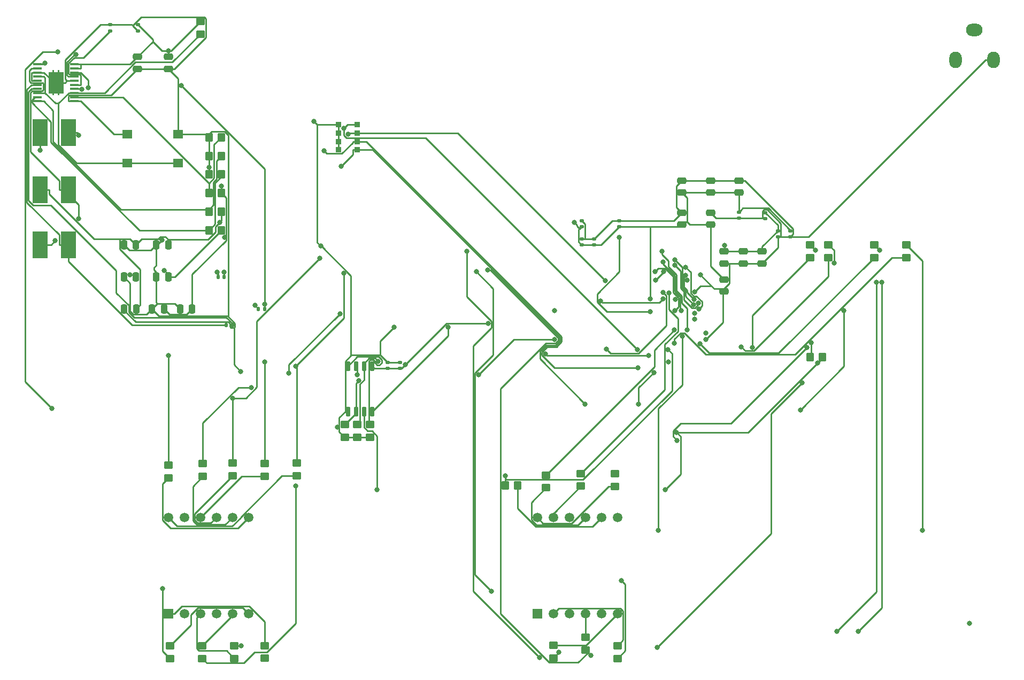
<source format=gbr>
%TF.GenerationSoftware,KiCad,Pcbnew,7.0.2*%
%TF.CreationDate,2023-07-10T01:25:34+02:00*%
%TF.ProjectId,FPGA_V2,46504741-5f56-4322-9e6b-696361645f70,rev?*%
%TF.SameCoordinates,Original*%
%TF.FileFunction,Copper,L2,Bot*%
%TF.FilePolarity,Positive*%
%FSLAX46Y46*%
G04 Gerber Fmt 4.6, Leading zero omitted, Abs format (unit mm)*
G04 Created by KiCad (PCBNEW 7.0.2) date 2023-07-10 01:25:34*
%MOMM*%
%LPD*%
G01*
G04 APERTURE LIST*
G04 Aperture macros list*
%AMRoundRect*
0 Rectangle with rounded corners*
0 $1 Rounding radius*
0 $2 $3 $4 $5 $6 $7 $8 $9 X,Y pos of 4 corners*
0 Add a 4 corners polygon primitive as box body*
4,1,4,$2,$3,$4,$5,$6,$7,$8,$9,$2,$3,0*
0 Add four circle primitives for the rounded corners*
1,1,$1+$1,$2,$3*
1,1,$1+$1,$4,$5*
1,1,$1+$1,$6,$7*
1,1,$1+$1,$8,$9*
0 Add four rect primitives between the rounded corners*
20,1,$1+$1,$2,$3,$4,$5,0*
20,1,$1+$1,$4,$5,$6,$7,0*
20,1,$1+$1,$6,$7,$8,$9,0*
20,1,$1+$1,$8,$9,$2,$3,0*%
G04 Aperture macros list end*
%TA.AperFunction,ComponentPad*%
%ADD10R,1.500000X1.500000*%
%TD*%
%TA.AperFunction,ComponentPad*%
%ADD11C,1.500000*%
%TD*%
%TA.AperFunction,ComponentPad*%
%ADD12O,2.000000X2.600000*%
%TD*%
%TA.AperFunction,ComponentPad*%
%ADD13O,2.600000X2.000000*%
%TD*%
%TA.AperFunction,SMDPad,CuDef*%
%ADD14RoundRect,0.250000X0.475000X-0.250000X0.475000X0.250000X-0.475000X0.250000X-0.475000X-0.250000X0*%
%TD*%
%TA.AperFunction,SMDPad,CuDef*%
%ADD15RoundRect,0.250000X0.250000X0.475000X-0.250000X0.475000X-0.250000X-0.475000X0.250000X-0.475000X0*%
%TD*%
%TA.AperFunction,SMDPad,CuDef*%
%ADD16R,0.900000X0.900000*%
%TD*%
%TA.AperFunction,SMDPad,CuDef*%
%ADD17RoundRect,0.250000X0.350000X0.450000X-0.350000X0.450000X-0.350000X-0.450000X0.350000X-0.450000X0*%
%TD*%
%TA.AperFunction,SMDPad,CuDef*%
%ADD18RoundRect,0.250000X-0.450000X0.350000X-0.450000X-0.350000X0.450000X-0.350000X0.450000X0.350000X0*%
%TD*%
%TA.AperFunction,SMDPad,CuDef*%
%ADD19RoundRect,0.140000X-0.170000X0.140000X-0.170000X-0.140000X0.170000X-0.140000X0.170000X0.140000X0*%
%TD*%
%TA.AperFunction,SMDPad,CuDef*%
%ADD20RoundRect,0.250000X-0.475000X0.250000X-0.475000X-0.250000X0.475000X-0.250000X0.475000X0.250000X0*%
%TD*%
%TA.AperFunction,SMDPad,CuDef*%
%ADD21RoundRect,0.250000X0.450000X-0.350000X0.450000X0.350000X-0.450000X0.350000X-0.450000X-0.350000X0*%
%TD*%
%TA.AperFunction,SMDPad,CuDef*%
%ADD22RoundRect,0.150000X-0.150000X0.650000X-0.150000X-0.650000X0.150000X-0.650000X0.150000X0.650000X0*%
%TD*%
%TA.AperFunction,SMDPad,CuDef*%
%ADD23RoundRect,0.140000X0.170000X-0.140000X0.170000X0.140000X-0.170000X0.140000X-0.170000X-0.140000X0*%
%TD*%
%TA.AperFunction,SMDPad,CuDef*%
%ADD24RoundRect,0.140000X-0.140000X-0.170000X0.140000X-0.170000X0.140000X0.170000X-0.140000X0.170000X0*%
%TD*%
%TA.AperFunction,SMDPad,CuDef*%
%ADD25R,1.461999X0.354800*%
%TD*%
%TA.AperFunction,SMDPad,CuDef*%
%ADD26R,2.400000X3.400001*%
%TD*%
%TA.AperFunction,SMDPad,CuDef*%
%ADD27R,2.400000X4.200000*%
%TD*%
%TA.AperFunction,SMDPad,CuDef*%
%ADD28R,1.600000X1.400000*%
%TD*%
%TA.AperFunction,ViaPad*%
%ADD29C,0.800000*%
%TD*%
%TA.AperFunction,Conductor*%
%ADD30C,0.250000*%
%TD*%
G04 APERTURE END LIST*
%TA.AperFunction,EtchedComponent*%
%TO.C,U1*%
G36*
X23435000Y-32215000D02*
G01*
X23135000Y-32215000D01*
X23135000Y-31915000D01*
X23435000Y-31915000D01*
X23435000Y-32215000D01*
G37*
%TD.AperFunction*%
%TA.AperFunction,EtchedComponent*%
G36*
X23435000Y-28515000D02*
G01*
X23135000Y-28515000D01*
X23135000Y-28215000D01*
X23435000Y-28215000D01*
X23435000Y-28515000D01*
G37*
%TD.AperFunction*%
%TA.AperFunction,EtchedComponent*%
G36*
X22585000Y-32215000D02*
G01*
X22285000Y-32215000D01*
X22285000Y-31915000D01*
X22585000Y-31915000D01*
X22585000Y-32215000D01*
G37*
%TD.AperFunction*%
%TA.AperFunction,EtchedComponent*%
G36*
X22585000Y-28515000D02*
G01*
X22285000Y-28515000D01*
X22285000Y-28215000D01*
X22585000Y-28215000D01*
X22585000Y-28515000D01*
G37*
%TD.AperFunction*%
%TD*%
D10*
%TO.P,U5,1,e*%
%TO.N,/IO/DE*%
X99060000Y-114300000D03*
D11*
%TO.P,U5,2,d*%
%TO.N,/IO/DD*%
X101600000Y-114300000D03*
%TO.P,U5,3,DPX*%
%TO.N,/IO/DP*%
X104140000Y-114300000D03*
%TO.P,U5,4,c*%
%TO.N,/IO/DC*%
X106680000Y-114300000D03*
%TO.P,U5,5,g*%
%TO.N,/IO/DG*%
X109220000Y-114300000D03*
%TO.P,U5,6,CA4*%
%TO.N,/IO/AN7*%
X111760000Y-114300000D03*
%TO.P,U5,7,b*%
%TO.N,/IO/DB*%
X111760000Y-99060000D03*
%TO.P,U5,8,CA3*%
%TO.N,/IO/AN6*%
X109220000Y-99060000D03*
%TO.P,U5,9,CA2*%
%TO.N,/IO/AN5*%
X106680000Y-99060000D03*
%TO.P,U5,10,f*%
%TO.N,/IO/DF*%
X104140000Y-99060000D03*
%TO.P,U5,11,a*%
%TO.N,/IO/DA*%
X101600000Y-99060000D03*
%TO.P,U5,12,CA1*%
%TO.N,/IO/AN4*%
X99060000Y-99060000D03*
%TD*%
D12*
%TO.P,J1,1*%
%TO.N,+12V*%
X165300000Y-26570000D03*
%TO.P,J1,2*%
%TO.N,GND*%
X171300000Y-26570000D03*
D13*
%TO.P,J1,3*%
%TO.N,unconnected-(J1-Pad3)*%
X168300000Y-21870000D03*
%TD*%
D10*
%TO.P,U4,1,e*%
%TO.N,/IO/DE*%
X40640000Y-114300000D03*
D11*
%TO.P,U4,2,d*%
%TO.N,/IO/DD*%
X43180000Y-114300000D03*
%TO.P,U4,3,DPX*%
%TO.N,/IO/DP*%
X45720000Y-114300000D03*
%TO.P,U4,4,c*%
%TO.N,/IO/DC*%
X48260000Y-114300000D03*
%TO.P,U4,5,g*%
%TO.N,/IO/DG*%
X50800000Y-114300000D03*
%TO.P,U4,6,CA4*%
%TO.N,/IO/AN3*%
X53340000Y-114300000D03*
%TO.P,U4,7,b*%
%TO.N,/IO/DB*%
X53340000Y-99060000D03*
%TO.P,U4,8,CA3*%
%TO.N,/IO/AN2*%
X50800000Y-99060000D03*
%TO.P,U4,9,CA2*%
%TO.N,/IO/AN1*%
X48260000Y-99060000D03*
%TO.P,U4,10,f*%
%TO.N,/IO/DF*%
X45720000Y-99060000D03*
%TO.P,U4,11,a*%
%TO.N,/IO/DA*%
X43180000Y-99060000D03*
%TO.P,U4,12,CA1*%
%TO.N,/IO/AN0*%
X40640000Y-99060000D03*
%TD*%
D14*
%TO.P,C17,1*%
%TO.N,+1V0*%
X126530000Y-47620000D03*
%TO.P,C17,2*%
%TO.N,GND*%
X126530000Y-45720000D03*
%TD*%
D15*
%TO.P,C24,1*%
%TO.N,+1V0*%
X35520000Y-55880000D03*
%TO.P,C24,2*%
%TO.N,GND*%
X33620000Y-55880000D03*
%TD*%
D16*
%TO.P,RN1,1,R1.1*%
%TO.N,/Utilities/JTAG_TMS*%
X70580000Y-36850000D03*
%TO.P,RN1,2,R2.1*%
%TO.N,/Utilities/JTAG_TCK*%
X70580000Y-38190000D03*
%TO.P,RN1,3,R3.1*%
%TO.N,/Utilities/JTAG_TDO*%
X70580000Y-39510000D03*
%TO.P,RN1,4,R4.1*%
%TO.N,/Utilities/JTAG_TDI*%
X70580000Y-40850000D03*
%TO.P,RN1,5,R4.2*%
%TO.N,+3V3*%
X67580000Y-40850000D03*
%TO.P,RN1,6,R3.2*%
X67580000Y-39510000D03*
%TO.P,RN1,7,R2.2*%
X67580000Y-38190000D03*
%TO.P,RN1,8,R1.2*%
X67580000Y-36850000D03*
%TD*%
D17*
%TO.P,R33,1*%
%TO.N,/IO/SPI_SCLK*%
X144240000Y-73660000D03*
%TO.P,R33,2*%
%TO.N,SPI_F_SCLK*%
X142240000Y-73660000D03*
%TD*%
D14*
%TO.P,C10,1*%
%TO.N,+1V0*%
X126530000Y-52700000D03*
%TO.P,C10,2*%
%TO.N,GND*%
X126530000Y-50800000D03*
%TD*%
D18*
%TO.P,R28,1*%
%TO.N,/IO/SPI_DQ2*%
X70570000Y-84347600D03*
%TO.P,R28,2*%
%TO.N,+3V3*%
X70570000Y-86347600D03*
%TD*%
D19*
%TO.P,C36,1*%
%TO.N,+3V3*%
X77370000Y-74497600D03*
%TO.P,C36,2*%
%TO.N,GND*%
X77370000Y-75457600D03*
%TD*%
D18*
%TO.P,R75,1*%
%TO.N,/IO/DC*%
X106680000Y-118035000D03*
%TO.P,R75,2*%
%TO.N,Net-(U2C-IO_L7P_T1_D09_14)*%
X106680000Y-120035000D03*
%TD*%
D20*
%TO.P,C4,1*%
%TO.N,+1V8*%
X131670000Y-56920000D03*
%TO.P,C4,2*%
%TO.N,GND*%
X131670000Y-58820000D03*
%TD*%
D14*
%TO.P,C16,1*%
%TO.N,+1V0*%
X130992900Y-47614400D03*
%TO.P,C16,2*%
%TO.N,GND*%
X130992900Y-45714400D03*
%TD*%
D21*
%TO.P,R77,1*%
%TO.N,/IO/DA*%
X105966900Y-94099600D03*
%TO.P,R77,2*%
%TO.N,Net-(U2C-IO_L6P_T0_FCS_B_14)*%
X105966900Y-92099600D03*
%TD*%
D18*
%TO.P,R81,1*%
%TO.N,/IO/SW2*%
X152400000Y-55880000D03*
%TO.P,R81,2*%
%TO.N,Net-(U2C-IO_L16N_T2_D31_14)*%
X152400000Y-57880000D03*
%TD*%
%TO.P,R78,1*%
%TO.N,/IO/PS1*%
X142240000Y-55880000D03*
%TO.P,R78,2*%
%TO.N,Net-(U2C-IO_L15P_T2_DQS_RDWR_B_14)*%
X142240000Y-57880000D03*
%TD*%
D17*
%TO.P,R6,1*%
%TO.N,+1V0*%
X49070000Y-50640000D03*
%TO.P,R6,2*%
%TO.N,Net-(U1-VFB2)*%
X47070000Y-50640000D03*
%TD*%
D21*
%TO.P,R76,1*%
%TO.N,/IO/DB*%
X40640000Y-92785000D03*
%TO.P,R76,2*%
%TO.N,Net-(U2C-IO_L6N_T0_D08_VREF_14)*%
X40640000Y-90785000D03*
%TD*%
D15*
%TO.P,C21,1*%
%TO.N,+3V3*%
X40640000Y-60960000D03*
%TO.P,C21,2*%
%TO.N,GND*%
X38740000Y-60960000D03*
%TD*%
%TO.P,C27,1*%
%TO.N,+1V0*%
X35560000Y-66040000D03*
%TO.P,C27,2*%
%TO.N,GND*%
X33660000Y-66040000D03*
%TD*%
D14*
%TO.P,C11,1*%
%TO.N,+1V0*%
X121920000Y-52700000D03*
%TO.P,C11,2*%
%TO.N,GND*%
X121920000Y-50800000D03*
%TD*%
D18*
%TO.P,R73,1*%
%TO.N,/IO/DE*%
X55880000Y-119375400D03*
%TO.P,R73,2*%
%TO.N,Net-(U2C-IO_L8P_T1_D11_14)*%
X55880000Y-121375400D03*
%TD*%
D22*
%TO.P,U3,1,~{CS}*%
%TO.N,/IO/SPI_CS*%
X69095000Y-75117600D03*
%TO.P,U3,2,DQ1*%
%TO.N,/IO/SPI_DQ1*%
X70365000Y-75117600D03*
%TO.P,U3,3,DQ2/~{WP}*%
%TO.N,/IO/SPI_DQ2*%
X71635000Y-75117600D03*
%TO.P,U3,4,VSS*%
%TO.N,GND*%
X72905000Y-75117600D03*
%TO.P,U3,5,DQ0*%
%TO.N,/IO/SPI_DQ0*%
X72905000Y-82317600D03*
%TO.P,U3,6,CLK*%
%TO.N,/IO/SPI_SCLK*%
X71635000Y-82317600D03*
%TO.P,U3,7,DQ3/~{HOLD}*%
%TO.N,/IO/SPI_DQ3*%
X70365000Y-82317600D03*
%TO.P,U3,8,VCC*%
%TO.N,+3V3*%
X69095000Y-82317600D03*
%TD*%
D18*
%TO.P,R74,1*%
%TO.N,/IO/DD*%
X111760000Y-119380000D03*
%TO.P,R74,2*%
%TO.N,Net-(U2C-IO_L7N_T1_D10_14)*%
X111760000Y-121380000D03*
%TD*%
D19*
%TO.P,C1,1*%
%TO.N,+1V8*%
X135190000Y-50800000D03*
%TO.P,C1,2*%
%TO.N,GND*%
X135190000Y-51760000D03*
%TD*%
D21*
%TO.P,R70,1*%
%TO.N,/IO/DP*%
X51087800Y-121380000D03*
%TO.P,R70,2*%
%TO.N,Net-(U2C-IO_L9N_T1_DQS_D13_14)*%
X51087800Y-119380000D03*
%TD*%
D17*
%TO.P,R5,1*%
%TO.N,+1V8*%
X49070000Y-47690000D03*
%TO.P,R5,2*%
%TO.N,Net-(U1-VFB1)*%
X47070000Y-47690000D03*
%TD*%
D21*
%TO.P,R69,1*%
%TO.N,/IO/AN0*%
X60960000Y-92440000D03*
%TO.P,R69,2*%
%TO.N,Net-(U2C-IO_L10N_T1_D15_14)*%
X60960000Y-90440000D03*
%TD*%
%TO.P,R67,1*%
%TO.N,/IO/AN2*%
X46125000Y-92535400D03*
%TO.P,R67,2*%
%TO.N,Net-(U2C-IO_L11N_T1_SRCC_14)*%
X46125000Y-90535400D03*
%TD*%
D23*
%TO.P,C31,1*%
%TO.N,+1V0*%
X106100000Y-53016200D03*
%TO.P,C31,2*%
%TO.N,GND*%
X106100000Y-52056200D03*
%TD*%
D18*
%TO.P,R34,1*%
%TO.N,/IO/AN7*%
X101600000Y-119292500D03*
%TO.P,R34,2*%
%TO.N,Net-(U2C-IO_L14P_T2_SRCC_14)*%
X101600000Y-121292500D03*
%TD*%
D17*
%TO.P,R7,1*%
%TO.N,+3V3*%
X49070000Y-53590000D03*
%TO.P,R7,2*%
%TO.N,Net-(U1-VFB3)*%
X47070000Y-53590000D03*
%TD*%
D23*
%TO.P,C12,1*%
%TO.N,Net-(U1-VREG5)*%
X31441500Y-21989100D03*
%TO.P,C12,2*%
%TO.N,GND*%
X31441500Y-21029100D03*
%TD*%
D19*
%TO.P,C35,1*%
%TO.N,+3V3*%
X75400000Y-74497600D03*
%TO.P,C35,2*%
%TO.N,GND*%
X75400000Y-75457600D03*
%TD*%
D24*
%TO.P,C13,1*%
%TO.N,/Power/SW1*%
X48530000Y-60960000D03*
%TO.P,C13,2*%
%TO.N,Net-(U1-VBST1)*%
X49490000Y-60960000D03*
%TD*%
D20*
%TO.P,C5,1*%
%TO.N,+1V8*%
X134680000Y-56920000D03*
%TO.P,C5,2*%
%TO.N,GND*%
X134680000Y-58820000D03*
%TD*%
D14*
%TO.P,C18,1*%
%TO.N,+1V0*%
X121920000Y-47620000D03*
%TO.P,C18,2*%
%TO.N,GND*%
X121920000Y-45720000D03*
%TD*%
D15*
%TO.P,C23,1*%
%TO.N,+1V8*%
X39970000Y-66040000D03*
%TO.P,C23,2*%
%TO.N,GND*%
X38070000Y-66040000D03*
%TD*%
D18*
%TO.P,R71,1*%
%TO.N,/IO/DG*%
X46007800Y-119380000D03*
%TO.P,R71,2*%
%TO.N,Net-(U2C-IO_L9P_T1_DQS_14)*%
X46007800Y-121380000D03*
%TD*%
D24*
%TO.P,C14,1*%
%TO.N,/Power/SW2*%
X54920000Y-66040000D03*
%TO.P,C14,2*%
%TO.N,Net-(U1-VBST2)*%
X55880000Y-66040000D03*
%TD*%
D18*
%TO.P,R29,1*%
%TO.N,/IO/SPI_CS*%
X72560000Y-84347600D03*
%TO.P,R29,2*%
%TO.N,+3V3*%
X72560000Y-86347600D03*
%TD*%
D21*
%TO.P,R64,1*%
%TO.N,/IO/AN5*%
X100463000Y-94355500D03*
%TO.P,R64,2*%
%TO.N,Net-(U2C-IO_L13P_T2_MRCC_14)*%
X100463000Y-92355500D03*
%TD*%
D19*
%TO.P,C30,1*%
%TO.N,+1V0*%
X139130000Y-53670000D03*
%TO.P,C30,2*%
%TO.N,GND*%
X139130000Y-54630000D03*
%TD*%
%TO.P,C3,1*%
%TO.N,+1V0*%
X131008400Y-50689200D03*
%TO.P,C3,2*%
%TO.N,GND*%
X131008400Y-51649200D03*
%TD*%
D20*
%TO.P,C8,1*%
%TO.N,+12V*%
X40640000Y-26104900D03*
%TO.P,C8,2*%
%TO.N,GND*%
X40640000Y-28004900D03*
%TD*%
D21*
%TO.P,R68,1*%
%TO.N,/IO/AN1*%
X50800000Y-92440000D03*
%TO.P,R68,2*%
%TO.N,Net-(U2C-IO_L11P_T1_SRCC_14)*%
X50800000Y-90440000D03*
%TD*%
D19*
%TO.P,C29,1*%
%TO.N,+1V8*%
X137160000Y-53670000D03*
%TO.P,C29,2*%
%TO.N,GND*%
X137160000Y-54630000D03*
%TD*%
D18*
%TO.P,R80,1*%
%TO.N,/IO/SW1*%
X157480000Y-55880000D03*
%TO.P,R80,2*%
%TO.N,Net-(U2C-IO_L16P_T2_CSI_B_14)*%
X157480000Y-57880000D03*
%TD*%
D23*
%TO.P,C22,1*%
%TO.N,+1V0*%
X108070000Y-55886200D03*
%TO.P,C22,2*%
%TO.N,GND*%
X108070000Y-54926200D03*
%TD*%
D18*
%TO.P,R66,1*%
%TO.N,/IO/AN3*%
X40927800Y-119380000D03*
%TO.P,R66,2*%
%TO.N,Net-(U2C-IO_L12P_T1_MRCC_14)*%
X40927800Y-121380000D03*
%TD*%
D20*
%TO.P,C7,1*%
%TO.N,+12V*%
X35780000Y-26104900D03*
%TO.P,C7,2*%
%TO.N,GND*%
X35780000Y-28004900D03*
%TD*%
%TO.P,C6,1*%
%TO.N,+1V0*%
X128660000Y-61370000D03*
%TO.P,C6,2*%
%TO.N,GND*%
X128660000Y-63270000D03*
%TD*%
D17*
%TO.P,R3,1*%
%TO.N,Net-(U1-VFB2)*%
X49070000Y-41790000D03*
%TO.P,R3,2*%
%TO.N,GND*%
X47070000Y-41790000D03*
%TD*%
D25*
%TO.P,U1,1,VIN*%
%TO.N,+12V*%
X25781000Y-27289949D03*
%TO.P,U1,2,VIN*%
X25781000Y-27939960D03*
%TO.P,U1,3,VBST1*%
%TO.N,Net-(U1-VBST1)*%
X25781000Y-28589972D03*
%TO.P,U1,4,SW1*%
%TO.N,/Power/SW1*%
X25781000Y-29239983D03*
%TO.P,U1,5,PGND1*%
%TO.N,GND*%
X25781000Y-29889994D03*
%TO.P,U1,6,VREG5*%
%TO.N,Net-(U1-VREG5)*%
X25781000Y-30540006D03*
%TO.P,U1,7,PG*%
%TO.N,/Power/PGOOD*%
X25781000Y-31190017D03*
%TO.P,U1,8,EN1*%
%TO.N,Net-(U1-EN1)*%
X25781000Y-31840028D03*
%TO.P,U1,9,VFB1*%
%TO.N,Net-(U1-VFB1)*%
X25781000Y-32490040D03*
%TO.P,U1,10,GND*%
%TO.N,GND*%
X25781000Y-33140051D03*
%TO.P,U1,11,VFB2*%
%TO.N,Net-(U1-VFB2)*%
X19939000Y-33140051D03*
%TO.P,U1,12,VFB3*%
%TO.N,Net-(U1-VFB3)*%
X19939000Y-32490040D03*
%TO.P,U1,13,EN3*%
%TO.N,Net-(U1-EN1)*%
X19939000Y-31840028D03*
%TO.P,U1,14,VBST3*%
%TO.N,Net-(U1-VBST3)*%
X19939000Y-31190017D03*
%TO.P,U1,15,SW3*%
%TO.N,/Power/SW3*%
X19939000Y-30540006D03*
%TO.P,U1,16,PGND3*%
%TO.N,GND*%
X19939000Y-29889994D03*
%TO.P,U1,17,EN2*%
%TO.N,Net-(U1-EN1)*%
X19939000Y-29239983D03*
%TO.P,U1,18,PGND2*%
%TO.N,GND*%
X19939000Y-28589972D03*
%TO.P,U1,19,SW2*%
%TO.N,/Power/SW2*%
X19939000Y-27939960D03*
%TO.P,U1,20,VBST2*%
%TO.N,Net-(U1-VBST2)*%
X19939000Y-27289949D03*
D26*
%TO.P,U1,21,PAD*%
%TO.N,GND*%
X22860000Y-30215000D03*
%TD*%
D17*
%TO.P,R2,1*%
%TO.N,Net-(U1-VFB1)*%
X49070000Y-38840000D03*
%TO.P,R2,2*%
%TO.N,GND*%
X47070000Y-38840000D03*
%TD*%
%TO.P,R63,1*%
%TO.N,/IO/AN6*%
X95980000Y-93980000D03*
%TO.P,R63,2*%
%TO.N,Net-(U2C-IO_L13N_T2_MRCC_14)*%
X93980000Y-93980000D03*
%TD*%
D15*
%TO.P,C25,1*%
%TO.N,+3V3*%
X35520000Y-60960000D03*
%TO.P,C25,2*%
%TO.N,GND*%
X33620000Y-60960000D03*
%TD*%
D17*
%TO.P,R4,1*%
%TO.N,Net-(U1-VFB3)*%
X49070000Y-44740000D03*
%TO.P,R4,2*%
%TO.N,GND*%
X47070000Y-44740000D03*
%TD*%
D18*
%TO.P,R27,1*%
%TO.N,/IO/SPI_DQ3*%
X68580000Y-84347600D03*
%TO.P,R27,2*%
%TO.N,+3V3*%
X68580000Y-86347600D03*
%TD*%
D27*
%TO.P,L2,1,1*%
%TO.N,/Power/SW2*%
X24820000Y-47190000D03*
%TO.P,L2,2,2*%
%TO.N,+1V0*%
X20320000Y-47190000D03*
%TD*%
D18*
%TO.P,R79,1*%
%TO.N,/IO/PS2*%
X145190000Y-55880000D03*
%TO.P,R79,2*%
%TO.N,Net-(U2C-IO_L15N_T2_DQS_DOUT_CSO_B_14)*%
X145190000Y-57880000D03*
%TD*%
D24*
%TO.P,C15,1*%
%TO.N,/Power/SW3*%
X49840000Y-68580000D03*
%TO.P,C15,2*%
%TO.N,Net-(U1-VBST3)*%
X50800000Y-68580000D03*
%TD*%
D21*
%TO.P,R72,1*%
%TO.N,/IO/DF*%
X55880000Y-92508300D03*
%TO.P,R72,2*%
%TO.N,Net-(U2C-IO_L8N_T1_D12_14)*%
X55880000Y-90508300D03*
%TD*%
D23*
%TO.P,C26,1*%
%TO.N,+1V0*%
X106100000Y-55886200D03*
%TO.P,C26,2*%
%TO.N,GND*%
X106100000Y-54926200D03*
%TD*%
D15*
%TO.P,C19,1*%
%TO.N,+1V8*%
X44420000Y-66040000D03*
%TO.P,C19,2*%
%TO.N,GND*%
X42520000Y-66040000D03*
%TD*%
D27*
%TO.P,L1,1,1*%
%TO.N,/Power/SW1*%
X24820000Y-38100000D03*
%TO.P,L1,2,2*%
%TO.N,+1V8*%
X20320000Y-38100000D03*
%TD*%
D20*
%TO.P,C2,1*%
%TO.N,+1V8*%
X128660000Y-56920000D03*
%TO.P,C2,2*%
%TO.N,GND*%
X128660000Y-58820000D03*
%TD*%
D21*
%TO.P,R1,1*%
%TO.N,Net-(U1-EN1)*%
X45720000Y-22534900D03*
%TO.P,R1,2*%
%TO.N,+12V*%
X45720000Y-20534900D03*
%TD*%
D28*
%TO.P,S1,1,1*%
%TO.N,GND*%
X42175000Y-38390000D03*
%TO.P,S1,2,2*%
X34175000Y-38390000D03*
%TO.P,S1,3,3*%
%TO.N,Net-(U1-EN1)*%
X34175000Y-42890000D03*
%TO.P,S1,4,4*%
X42175000Y-42890000D03*
%TD*%
D15*
%TO.P,C20,1*%
%TO.N,+1V0*%
X40640000Y-55880000D03*
%TO.P,C20,2*%
%TO.N,GND*%
X38740000Y-55880000D03*
%TD*%
D27*
%TO.P,L3,1,1*%
%TO.N,/Power/SW3*%
X24820000Y-55880000D03*
%TO.P,L3,2,2*%
%TO.N,+3V3*%
X20320000Y-55880000D03*
%TD*%
D21*
%TO.P,R65,1*%
%TO.N,/IO/AN4*%
X111397400Y-94118800D03*
%TO.P,R65,2*%
%TO.N,Net-(U2C-IO_L12N_T1_MRCC_14)*%
X111397400Y-92118800D03*
%TD*%
D19*
%TO.P,C9,1*%
%TO.N,+12V*%
X35860000Y-21034900D03*
%TO.P,C9,2*%
%TO.N,GND*%
X35860000Y-21994900D03*
%TD*%
D23*
%TO.P,C28,1*%
%TO.N,+1V0*%
X112010000Y-53016200D03*
%TO.P,C28,2*%
%TO.N,GND*%
X112010000Y-52056200D03*
%TD*%
D29*
%TO.N,+1V8*%
X112075000Y-54722900D03*
X140744000Y-82009700D03*
X49553900Y-54722900D03*
X20320000Y-40925500D03*
X49070000Y-46577600D03*
X116958000Y-66455400D03*
X147626000Y-66269000D03*
X128760000Y-56005500D03*
%TO.N,GND*%
X39660600Y-55118500D03*
X47070000Y-43582600D03*
X91289400Y-68335700D03*
X124938000Y-60661400D03*
X125742000Y-70900000D03*
X123952000Y-63351100D03*
X78168700Y-74882700D03*
X52141000Y-75978000D03*
%TO.N,+1V0*%
X104949000Y-52338000D03*
X48829300Y-52338000D03*
X116952000Y-64470100D03*
%TO.N,+12V*%
X40640000Y-25185900D03*
%TO.N,/Power/SW1*%
X48411000Y-60243600D03*
X26022300Y-25702500D03*
X26445900Y-38556800D03*
%TO.N,Net-(U1-VBST1)*%
X49490000Y-60228100D03*
X28008700Y-31006700D03*
%TO.N,/Power/SW2*%
X54374800Y-65494800D03*
X26422500Y-51753500D03*
%TO.N,Net-(U1-VBST2)*%
X21078800Y-27131100D03*
X55880000Y-65311100D03*
X42723400Y-30696900D03*
%TO.N,+3V3*%
X22763800Y-55238600D03*
X76423900Y-68911400D03*
X63719300Y-36324500D03*
X64762500Y-56062300D03*
X67441700Y-84778500D03*
X34540600Y-60622500D03*
X116741000Y-73400000D03*
X40012200Y-59919100D03*
X100343000Y-73123800D03*
%TO.N,/Utilities/JTAG_TMS*%
X68434300Y-37420000D03*
X114951000Y-72470700D03*
%TO.N,/Utilities/JTAG_TCK*%
X69080000Y-38400000D03*
X109852000Y-61547300D03*
%TO.N,/Utilities/JTAG_TDO*%
X114985000Y-75370800D03*
X65326200Y-41025400D03*
%TO.N,/Utilities/JTAG_TDI*%
X106653000Y-81080300D03*
X115126000Y-81080300D03*
X117528000Y-76092600D03*
X68010000Y-43420000D03*
%TO.N,/Power/PGOOD*%
X26916000Y-31236500D03*
X22220300Y-81778500D03*
X23130800Y-25323100D03*
%TO.N,/Utilities/FPGA_DONE*%
X119873000Y-74392600D03*
X125738000Y-69863100D03*
%TO.N,/IO/SPI_DQ3*%
X70796100Y-77410400D03*
%TO.N,/IO/SPI_DQ2*%
X101833000Y-66328000D03*
X73873100Y-74330900D03*
%TO.N,/IO/SPI_SCLK*%
X118958000Y-63385200D03*
X73734100Y-94621600D03*
X119310000Y-94621600D03*
X110007000Y-72421200D03*
X121129000Y-85608600D03*
X143438000Y-74601400D03*
%TO.N,SPI_F_SCLK*%
X119100000Y-60144200D03*
X142466000Y-71411700D03*
X117818000Y-61461900D03*
%TO.N,Net-(U2C-IO_L14P_T2_SRCC_14)*%
X122805000Y-69327400D03*
X102462000Y-120430000D03*
X99443100Y-121235000D03*
X87878700Y-56862100D03*
X118825000Y-56862100D03*
%TO.N,SYSRES*%
X121228000Y-86875000D03*
X141747000Y-72150300D03*
X122828000Y-61492700D03*
%TO.N,Net-(U2C-IO_L13N_T2_MRCC_14)*%
X119782000Y-72449300D03*
X93980000Y-92482700D03*
%TO.N,Net-(U2C-IO_L13P_T2_MRCC_14)*%
X120791000Y-69370700D03*
%TO.N,Net-(U2C-IO_L12P_T1_MRCC_14)*%
X118268000Y-101109000D03*
X122007000Y-70393300D03*
X39763100Y-110287000D03*
%TO.N,Net-(U2C-IO_L11N_T1_SRCC_14)*%
X124609000Y-65127100D03*
X120844000Y-59064100D03*
X67871300Y-66766100D03*
X59745700Y-76202400D03*
X53792900Y-78498500D03*
%TO.N,Net-(U2C-IO_L11P_T1_SRCC_14)*%
X64658900Y-58031800D03*
X123806000Y-65326500D03*
X120823000Y-58254700D03*
X50800000Y-80173600D03*
%TO.N,Net-(U2C-IO_L10N_T1_D15_14)*%
X68413800Y-60415500D03*
X60792700Y-75121600D03*
X121860000Y-66287700D03*
X119001000Y-58587400D03*
%TO.N,Net-(U2C-IO_L9N_T1_DQS_D13_14)*%
X118067000Y-119677000D03*
X141021000Y-77770900D03*
X124014000Y-66721200D03*
X52227800Y-119380000D03*
%TO.N,Net-(U2C-IO_L9P_T1_DQS_14)*%
X123985000Y-67659300D03*
X60792700Y-94076100D03*
%TO.N,Net-(U2C-IO_L8N_T1_D12_14)*%
X122564000Y-60671100D03*
X55880000Y-74427400D03*
X123862000Y-64523700D03*
%TO.N,Net-(U2C-IO_L7N_T1_D10_14)*%
X89427400Y-60140900D03*
X91837400Y-110759000D03*
X117716000Y-60142700D03*
X120863000Y-66273400D03*
X112391000Y-109097000D03*
%TO.N,Net-(U2C-IO_L7P_T1_D09_14)*%
X122564000Y-59431000D03*
X124671000Y-66041300D03*
X107545000Y-120900000D03*
X91232400Y-59851300D03*
%TO.N,Net-(U2C-IO_L6N_T0_D08_VREF_14)*%
X120904000Y-64499400D03*
X40640000Y-73422600D03*
%TO.N,Net-(U2C-IO_L6P_T0_FCS_B_14)*%
X119931000Y-63493900D03*
%TO.N,/IO/PS1*%
X143105000Y-56744700D03*
X152784000Y-61823600D03*
X146500000Y-117104000D03*
%TO.N,Net-(U2C-IO_L15P_T2_DQS_RDWR_B_14)*%
X133092000Y-72136400D03*
%TO.N,/IO/PS2*%
X149892000Y-117104000D03*
X153602000Y-61848800D03*
X146045000Y-58773400D03*
%TO.N,Net-(U2C-IO_L15N_T2_DQS_DOUT_CSO_B_14)*%
X131380000Y-72070900D03*
%TO.N,/IO/SW1*%
X160038000Y-101109000D03*
%TO.N,Net-(U2C-IO_L16P_T2_CSI_B_14)*%
X120798000Y-71453700D03*
%TO.N,/IO/SW2*%
X167534000Y-115870000D03*
X153264000Y-56744200D03*
%TO.N,Net-(U2C-IO_L16N_T2_D31_14)*%
X124829000Y-71508600D03*
%TO.N,/IO/SPI_DQ0*%
X84928200Y-68950000D03*
%TO.N,/IO/SPI_DQ1*%
X89793700Y-76464300D03*
X101837000Y-70864700D03*
X70544000Y-76464300D03*
%TO.N,/IO/SPI_F_DQ3*%
X109119000Y-64741900D03*
X118952000Y-64472500D03*
%TD*%
D30*
%TO.N,+1V8*%
X40835600Y-66905600D02*
X39970000Y-66040000D01*
X140744000Y-82009700D02*
X147626000Y-75128100D01*
X128760000Y-56920000D02*
X128660000Y-56920000D01*
X137160000Y-52770000D02*
X135190000Y-50800000D01*
X116958000Y-66455400D02*
X110076000Y-66455400D01*
X137160000Y-53670000D02*
X137160000Y-52770000D01*
X134680000Y-56150000D02*
X134680000Y-56920000D01*
X44420000Y-66040000D02*
X44420000Y-60579300D01*
X49553900Y-54533600D02*
X49553900Y-54722900D01*
X44420000Y-66040000D02*
X43554400Y-66905600D01*
X20320000Y-38100000D02*
X20320000Y-40925500D01*
X128760000Y-56920000D02*
X128760000Y-56005500D01*
X108592000Y-63644100D02*
X112075000Y-60160900D01*
X49820300Y-55179000D02*
X49820300Y-54267200D01*
X112075000Y-60160900D02*
X112075000Y-54722900D01*
X134680000Y-56920000D02*
X131670000Y-56920000D01*
X43554400Y-66905600D02*
X40835600Y-66905600D01*
X49820300Y-54267200D02*
X49553900Y-54533600D01*
X110076000Y-66455400D02*
X108592000Y-64971600D01*
X49820300Y-54267200D02*
X49820300Y-48440300D01*
X147626000Y-75128100D02*
X147626000Y-66269000D01*
X131670000Y-56920000D02*
X128760000Y-56920000D01*
X44420000Y-60579300D02*
X49820300Y-55179000D01*
X108592000Y-64971600D02*
X108592000Y-63644100D01*
X49820300Y-48440300D02*
X49070000Y-47690000D01*
X137160000Y-53670000D02*
X134680000Y-56150000D01*
X49070000Y-47690000D02*
X49070000Y-46577600D01*
%TO.N,GND*%
X106100000Y-54926200D02*
X106591000Y-54926200D01*
X128660000Y-63270000D02*
X128660000Y-62857500D01*
X137160000Y-56340000D02*
X134680000Y-58820000D01*
X34175000Y-38390000D02*
X32012000Y-38390000D01*
X121920000Y-50800000D02*
X121067000Y-49947100D01*
X42175000Y-29539900D02*
X40640000Y-28004900D01*
X112010000Y-52056200D02*
X120664000Y-52056200D01*
X51050900Y-74887900D02*
X52141000Y-75978000D01*
X47070000Y-38840000D02*
X47070000Y-41790000D01*
X106591000Y-54926200D02*
X108070000Y-54926200D01*
X126530000Y-45720000D02*
X126536000Y-45714400D01*
X139130000Y-54630000D02*
X137652000Y-54630000D01*
X46845000Y-38615000D02*
X46620000Y-38390000D01*
X121067000Y-46572900D02*
X121920000Y-45720000D01*
X33620000Y-55880000D02*
X34472900Y-56732900D01*
X38693700Y-60205800D02*
X38740000Y-60205800D01*
X25781000Y-29890000D02*
X24616200Y-29890000D01*
X121920000Y-45720000D02*
X126530000Y-45720000D01*
X37887100Y-56732900D02*
X38740000Y-55880000D01*
X135079000Y-51649200D02*
X135190000Y-51760000D01*
X42520000Y-66040000D02*
X41667100Y-65187100D01*
X46591800Y-23010800D02*
X41597700Y-28004900D01*
X41597700Y-28004900D02*
X40640000Y-28004900D01*
X47070000Y-43582600D02*
X47070000Y-41790000D01*
X41667100Y-65187100D02*
X38922900Y-65187100D01*
X128456000Y-68185800D02*
X125742000Y-70900000D01*
X50392600Y-68309400D02*
X50392600Y-68860900D01*
X24800000Y-32379400D02*
X25014400Y-32165000D01*
X126530000Y-50800000D02*
X127379000Y-51649200D01*
X108070000Y-54926200D02*
X110940000Y-52056200D01*
X38385000Y-59897100D02*
X38693700Y-60205800D01*
X51050900Y-69017400D02*
X51207400Y-68860900D01*
X24310000Y-30196200D02*
X24616200Y-29890000D01*
X38740000Y-60960000D02*
X38740000Y-65004200D01*
X170050000Y-26570000D02*
X141990000Y-54630000D01*
X46591800Y-20034300D02*
X46591800Y-23010800D01*
X42175000Y-38390000D02*
X42175000Y-29539900D01*
X22697500Y-30317500D02*
X22757500Y-30317500D01*
X127134000Y-62857500D02*
X126652000Y-62375100D01*
X22697500Y-30317500D02*
X20970000Y-28590000D01*
X38385000Y-59460700D02*
X38385000Y-59897100D01*
X106591000Y-54926200D02*
X106591000Y-52546800D01*
X34618100Y-66402000D02*
X35120300Y-66904200D01*
X37205800Y-66904200D02*
X38070000Y-66040000D01*
X130992900Y-45714400D02*
X131921000Y-45714400D01*
X18958000Y-29890000D02*
X18958000Y-28590000D01*
X84715700Y-68335700D02*
X91289400Y-68335700D01*
X47496700Y-37963300D02*
X49554300Y-37963300D01*
X33660000Y-66278200D02*
X35494200Y-68112400D01*
X22860000Y-30215000D02*
X24310000Y-30215000D01*
X25014400Y-32165000D02*
X31619900Y-32165000D01*
X126652000Y-62375100D02*
X124938000Y-60661400D01*
X128456000Y-62857500D02*
X128456000Y-68185800D01*
X137652000Y-54630000D02*
X137652000Y-52522600D01*
X38740000Y-55880000D02*
X38740000Y-59152000D01*
X35860000Y-21994900D02*
X35009900Y-21144800D01*
X106591000Y-52546800D02*
X106100000Y-52056200D01*
X34618100Y-61958100D02*
X34618100Y-66402000D01*
X50195600Y-68112400D02*
X50392600Y-68309400D01*
X47070000Y-38840000D02*
X46845000Y-38615000D01*
X39660600Y-55118500D02*
X38899100Y-55880000D01*
X78168700Y-74882700D02*
X84715700Y-68335700D01*
X35494200Y-68112400D02*
X50195600Y-68112400D01*
X29950600Y-21029100D02*
X24364300Y-26615400D01*
X24364300Y-29638100D02*
X24616200Y-29890000D01*
X50392600Y-68860900D02*
X50549100Y-69017400D01*
X20970000Y-28590000D02*
X19939000Y-28590000D01*
X72905000Y-75117600D02*
X73245000Y-75457600D01*
X33620000Y-60960000D02*
X34618100Y-61958100D01*
X49554300Y-37963300D02*
X50121400Y-38530400D01*
X141990000Y-54630000D02*
X139130000Y-54630000D01*
X38740000Y-59152000D02*
X38693700Y-59152000D01*
X19939000Y-29890000D02*
X18958000Y-29890000D01*
X73245000Y-75457600D02*
X75400000Y-75457600D01*
X77370000Y-75457600D02*
X77593800Y-75457600D01*
X25781000Y-33140000D02*
X24800000Y-33140000D01*
X38693700Y-59152000D02*
X38385000Y-59460700D01*
X110940000Y-52056200D02*
X112010000Y-52056200D01*
X134753000Y-50535800D02*
X134753000Y-51649200D01*
X128660000Y-58820000D02*
X129523000Y-58820000D01*
X131008400Y-51649200D02*
X134753000Y-51649200D01*
X131921000Y-45714400D02*
X139567000Y-53360900D01*
X129523000Y-61994300D02*
X128660000Y-62857500D01*
X31619900Y-32165000D02*
X35780000Y-28004900D01*
X128456000Y-62857500D02*
X127134000Y-62857500D01*
X22757500Y-30317500D02*
X22860000Y-30215000D01*
X22860000Y-30480000D02*
X22697500Y-30317500D01*
X129523000Y-58820000D02*
X131670000Y-58820000D01*
X18958000Y-28590000D02*
X19939000Y-28590000D01*
X35009900Y-21144800D02*
X34894200Y-21029100D01*
X126536000Y-45714400D02*
X130992900Y-45714400D01*
X126652000Y-62375100D02*
X124928000Y-62375100D01*
X36348700Y-19806000D02*
X46363500Y-19806000D01*
X124928000Y-62375100D02*
X123952000Y-63351100D01*
X33660000Y-66040000D02*
X33660000Y-66278200D01*
X171300000Y-26570000D02*
X170050000Y-26570000D01*
X24310000Y-30215000D02*
X24310000Y-30196200D01*
X38740000Y-65004200D02*
X38922900Y-65187100D01*
X50121400Y-38530400D02*
X50121400Y-67101900D01*
X120664000Y-52056200D02*
X121920000Y-50800000D01*
X129523000Y-58820000D02*
X129523000Y-61994300D01*
X51050900Y-69017400D02*
X51050900Y-74887900D01*
X32012000Y-38390000D02*
X26762000Y-33140000D01*
X51207400Y-68860900D02*
X51207400Y-68299100D01*
X128660000Y-62857500D02*
X128456000Y-62857500D01*
X51207400Y-68299100D02*
X50065800Y-67157500D01*
X38899100Y-55880000D02*
X38740000Y-55880000D01*
X137652000Y-54630000D02*
X137160000Y-54630000D01*
X127379000Y-51649200D02*
X131008400Y-51649200D01*
X134952000Y-50335900D02*
X134753000Y-50535800D01*
X26762000Y-33140000D02*
X25781000Y-33140000D01*
X35009900Y-21144800D02*
X36348700Y-19806000D01*
X46845000Y-38615000D02*
X47496700Y-37963300D01*
X24800000Y-33140000D02*
X24800000Y-32379400D01*
X24364300Y-26615400D02*
X24364300Y-29638100D01*
X46620000Y-38390000D02*
X42175000Y-38390000D01*
X134680000Y-58820000D02*
X131670000Y-58820000D01*
X38922900Y-65187100D02*
X38070000Y-66040000D01*
X135466000Y-50335900D02*
X134952000Y-50335900D01*
X35120300Y-66904200D02*
X37205800Y-66904200D01*
X50549100Y-69017400D02*
X51050900Y-69017400D01*
X50065800Y-67157500D02*
X39187500Y-67157500D01*
X38740000Y-60205800D02*
X38740000Y-60960000D01*
X47070000Y-44740000D02*
X47070000Y-43582600D01*
X134753000Y-51649200D02*
X135079000Y-51649200D01*
X50121400Y-67101900D02*
X50065800Y-67157500D01*
X137160000Y-54630000D02*
X137160000Y-56340000D01*
X139567000Y-53360900D02*
X139567000Y-54192600D01*
X77593800Y-75457600D02*
X78168700Y-74882700D01*
X39187500Y-67157500D02*
X38070000Y-66040000D01*
X75400000Y-75457600D02*
X77370000Y-75457600D01*
X34894200Y-21029100D02*
X31441500Y-21029100D01*
X46363500Y-19806000D02*
X46591800Y-20034300D01*
X40640000Y-28004900D02*
X35780000Y-28004900D01*
X34472900Y-56732900D02*
X37887100Y-56732900D01*
X31441500Y-21029100D02*
X29950600Y-21029100D01*
X139567000Y-54192600D02*
X139130000Y-54630000D01*
X137652000Y-52522600D02*
X135466000Y-50335900D01*
X121067000Y-49947100D02*
X121067000Y-46572900D01*
%TO.N,+1V0*%
X122774000Y-48474000D02*
X121920000Y-47620000D01*
X48829300Y-52338000D02*
X48158600Y-53008700D01*
X105645000Y-55430800D02*
X105645000Y-53471600D01*
X131008000Y-50689200D02*
X131008000Y-50689000D01*
X131084000Y-50613500D02*
X131008000Y-50689200D01*
X126530000Y-52700000D02*
X123260000Y-52700000D01*
X39051800Y-54982300D02*
X36417700Y-54982300D01*
X40640000Y-55073700D02*
X40157900Y-54591600D01*
X21770000Y-47190000D02*
X21770000Y-47846100D01*
X128660000Y-61370000D02*
X126530000Y-59240000D01*
X49070000Y-50640000D02*
X49070000Y-52097300D01*
X36417700Y-54982300D02*
X35520000Y-55880000D01*
X122774000Y-52214000D02*
X122774000Y-48474000D01*
X36195400Y-65404600D02*
X35560000Y-66040000D01*
X108070000Y-55886200D02*
X109140000Y-55886200D01*
X105789000Y-53327100D02*
X106100000Y-53016200D01*
X28902000Y-54978100D02*
X32968000Y-54978100D01*
X105645000Y-53471600D02*
X105789000Y-53327100D01*
X131160000Y-50537900D02*
X131008000Y-50689000D01*
X48158600Y-53008700D02*
X48158600Y-53837400D01*
X116952000Y-53016200D02*
X116952000Y-64470100D01*
X123260000Y-52700000D02*
X122774000Y-52214000D01*
X48158600Y-53837400D02*
X46922300Y-55073700D01*
X131084000Y-50613500D02*
X131008000Y-50689200D01*
X36195400Y-59749900D02*
X36195400Y-65404600D01*
X121920000Y-47620000D02*
X126530000Y-47620000D01*
X131160000Y-50537900D02*
X131084000Y-50613500D01*
X34618100Y-54978100D02*
X35520000Y-55880000D01*
X131160000Y-50537900D02*
X131084000Y-50613500D01*
X21770000Y-47846100D02*
X28902000Y-54978100D01*
X131008000Y-50689000D02*
X131008000Y-50689200D01*
X32968000Y-56522500D02*
X36195400Y-59749900D01*
X40157900Y-54591600D02*
X39442400Y-54591600D01*
X105348000Y-52885400D02*
X105348000Y-52736700D01*
X20320000Y-47190000D02*
X21770000Y-47190000D01*
X105348000Y-52736700D02*
X104949000Y-52338000D01*
X116952000Y-53016200D02*
X121604000Y-53016200D01*
X135633000Y-50084000D02*
X131614000Y-50084000D01*
X131008000Y-50689000D02*
X131008000Y-47629900D01*
X139130000Y-53580900D02*
X135633000Y-50084000D01*
X105789000Y-53327100D02*
X105348000Y-52885400D01*
X112010000Y-53016200D02*
X116952000Y-53016200D01*
X131008000Y-47629900D02*
X130993000Y-47614400D01*
X40640000Y-55880000D02*
X40640000Y-55073700D01*
X130992900Y-47614400D02*
X126536000Y-47614400D01*
X126530000Y-59240000D02*
X126530000Y-52700000D01*
X131311000Y-50386600D02*
X131160000Y-50537900D01*
X122406000Y-52214000D02*
X122774000Y-52214000D01*
X32968000Y-54978100D02*
X32968000Y-56522500D01*
X106100000Y-55886200D02*
X105645000Y-55430800D01*
X131311000Y-50386600D02*
X131160000Y-50537900D01*
X109140000Y-55886200D02*
X112010000Y-53016200D01*
X49070000Y-52097300D02*
X48829300Y-52338000D01*
X126536000Y-47614400D02*
X126530000Y-47620000D01*
X39051800Y-54982200D02*
X39051800Y-54982300D01*
X39442400Y-54591600D02*
X39051800Y-54982200D01*
X131614000Y-50084000D02*
X131311000Y-50386600D01*
X130993000Y-47614400D02*
X130992900Y-47614400D01*
X139130000Y-53670000D02*
X139130000Y-53580900D01*
X46922300Y-55073700D02*
X40640000Y-55073700D01*
X131008400Y-50689200D02*
X131008000Y-50689200D01*
X121604000Y-53016200D02*
X121920000Y-52700000D01*
X32968000Y-54978100D02*
X34618100Y-54978100D01*
X108070000Y-55886200D02*
X106100000Y-55886200D01*
X121920000Y-52700000D02*
X122406000Y-52214000D01*
%TO.N,+12V*%
X25781000Y-27940000D02*
X26762000Y-27940000D01*
X25781000Y-27289900D02*
X26762000Y-27289900D01*
X38190300Y-23694600D02*
X35780000Y-26104900D01*
X40640000Y-25185900D02*
X39681600Y-25185900D01*
X45720000Y-20534900D02*
X41069000Y-25185900D01*
X38190300Y-23365200D02*
X35860000Y-21034900D01*
X26762000Y-27289900D02*
X34595000Y-27289900D01*
X26762000Y-27940000D02*
X26762000Y-27289900D01*
X39681600Y-25185900D02*
X38190300Y-23694600D01*
X34595000Y-27289900D02*
X35780000Y-26104900D01*
X38190300Y-23694600D02*
X38190300Y-23365200D01*
X41069000Y-25185900D02*
X40640000Y-25185900D01*
X40640000Y-26104900D02*
X40640000Y-25185900D01*
%TO.N,Net-(U1-VREG5)*%
X26762000Y-30540000D02*
X26762000Y-29062300D01*
X24870100Y-28804200D02*
X24870100Y-27103700D01*
X25744400Y-26229400D02*
X27201200Y-26229400D01*
X26613200Y-28913500D02*
X24979400Y-28913500D01*
X27201200Y-26229400D02*
X31441500Y-21989100D01*
X24979400Y-28913500D02*
X24870100Y-28804200D01*
X26762000Y-29062300D02*
X26613200Y-28913500D01*
X25781000Y-30540000D02*
X26762000Y-30540000D01*
X24870100Y-27103700D02*
X25744400Y-26229400D01*
%TO.N,/Power/SW1*%
X24616200Y-26930400D02*
X25844100Y-25702500D01*
X26270000Y-38100000D02*
X26270000Y-38380900D01*
X25844100Y-25702500D02*
X26022300Y-25702500D01*
X24616200Y-29056200D02*
X24616200Y-26930400D01*
X48411000Y-60243600D02*
X48530000Y-60362600D01*
X24800000Y-29240000D02*
X24616200Y-29056200D01*
X25781000Y-29240000D02*
X24800000Y-29240000D01*
X48530000Y-60362600D02*
X48530000Y-60960000D01*
X24820000Y-38100000D02*
X26270000Y-38100000D01*
X26270000Y-38380900D02*
X26445900Y-38556800D01*
%TO.N,Net-(U1-VBST1)*%
X28008700Y-29836700D02*
X26762000Y-28590000D01*
X49490000Y-60228100D02*
X49490000Y-60960000D01*
X26762000Y-28590000D02*
X25781000Y-28590000D01*
X28008700Y-31006700D02*
X28008700Y-29836700D01*
%TO.N,/Power/SW2*%
X26422500Y-49517500D02*
X26422500Y-51753500D01*
X23370000Y-45740000D02*
X18815600Y-41185600D01*
X54374800Y-65494800D02*
X54920000Y-66040000D01*
X20772700Y-30215000D02*
X18915100Y-30215000D01*
X18915100Y-30215000D02*
X18649100Y-29949000D01*
X23370000Y-47190000D02*
X23370000Y-45740000D01*
X18815600Y-31806900D02*
X19107500Y-31515000D01*
X20703900Y-31515000D02*
X20857400Y-31361500D01*
X20857400Y-31361500D02*
X20857400Y-30299700D01*
X18815600Y-41185600D02*
X18815600Y-31806900D01*
X24095000Y-47190000D02*
X23370000Y-47190000D01*
X19107500Y-31515000D02*
X20703900Y-31515000D01*
X18958000Y-27940000D02*
X19939000Y-27940000D01*
X18649100Y-29949000D02*
X18649100Y-28248900D01*
X20857400Y-30299700D02*
X20772700Y-30215000D01*
X18649100Y-28248900D02*
X18958000Y-27940000D01*
X24095000Y-47190000D02*
X26422500Y-49517500D01*
X24820000Y-47190000D02*
X24095000Y-47190000D01*
%TO.N,Net-(U1-VBST2)*%
X55880000Y-43853500D02*
X42723400Y-30696900D01*
X20920000Y-27289900D02*
X21078800Y-27131100D01*
X55880000Y-65311100D02*
X55880000Y-43853500D01*
X19939000Y-27289900D02*
X20920000Y-27289900D01*
X55880000Y-66040000D02*
X55880000Y-65311100D01*
%TO.N,/Power/SW3*%
X24820000Y-58506000D02*
X24820000Y-55880000D01*
X18265300Y-49198000D02*
X18265300Y-31232700D01*
X49840000Y-68580000D02*
X34894000Y-68580000D01*
X34894000Y-68580000D02*
X24820000Y-58506000D01*
X23370000Y-54302700D02*
X18265300Y-49198000D01*
X23370000Y-55880000D02*
X23370000Y-54302700D01*
X18265300Y-31232700D02*
X18958000Y-30540000D01*
X24820000Y-55880000D02*
X23370000Y-55880000D01*
X18958000Y-30540000D02*
X19939000Y-30540000D01*
%TO.N,Net-(U1-VBST3)*%
X32400700Y-59981200D02*
X32400700Y-63521400D01*
X35263800Y-67419100D02*
X49858600Y-67419100D01*
X34366200Y-65486900D02*
X34366200Y-66521500D01*
X32400700Y-63521400D02*
X34366200Y-65486900D01*
X18517200Y-31630800D02*
X18517200Y-48881200D01*
X22066000Y-49646500D02*
X32400700Y-59981200D01*
X50800000Y-68360500D02*
X50800000Y-68580000D01*
X19939000Y-31190000D02*
X18958000Y-31190000D01*
X18517200Y-48881200D02*
X19282500Y-49646500D01*
X49858600Y-67419100D02*
X50800000Y-68360500D01*
X34366200Y-66521500D02*
X35263800Y-67419100D01*
X18958000Y-31190000D02*
X18517200Y-31630800D01*
X19282500Y-49646500D02*
X22066000Y-49646500D01*
%TO.N,+3V3*%
X68662500Y-74312300D02*
X69566200Y-73408600D01*
X22122400Y-55880000D02*
X22763800Y-55238600D01*
X67710900Y-84778500D02*
X67441700Y-84778500D01*
X74234700Y-73332300D02*
X75400000Y-74497600D01*
X64762500Y-56062300D02*
X64244800Y-55544600D01*
X40640000Y-60546900D02*
X40012200Y-59919100D01*
X69566200Y-60768300D02*
X64860200Y-56062300D01*
X68580000Y-86347600D02*
X67710900Y-85478500D01*
X70570000Y-86347600D02*
X68580000Y-86347600D01*
X100343000Y-73123800D02*
X100619000Y-73400000D01*
X64860200Y-56062300D02*
X64762500Y-56062300D01*
X67710900Y-85478500D02*
X67710900Y-84778500D01*
X67580000Y-36850000D02*
X64244800Y-36850000D01*
X67580000Y-38190000D02*
X67580000Y-39510000D01*
X35182500Y-60622500D02*
X35520000Y-60960000D01*
X49070000Y-53590000D02*
X41700000Y-60960000D01*
X72560000Y-86347600D02*
X70570000Y-86347600D01*
X75400000Y-74497600D02*
X77370000Y-74497600D01*
X67580000Y-39510000D02*
X67580000Y-40850000D01*
X69642500Y-73332300D02*
X74234700Y-73332300D01*
X68662500Y-82317600D02*
X69095000Y-82317600D01*
X40640000Y-60960000D02*
X40640000Y-60546900D01*
X100619000Y-73400000D02*
X116741000Y-73400000D01*
X67710900Y-84778500D02*
X67710900Y-83269200D01*
X68662500Y-82317600D02*
X68662500Y-74312300D01*
X74234700Y-73332300D02*
X74234700Y-71100600D01*
X64244800Y-55544600D02*
X64244800Y-36850000D01*
X74234700Y-71100600D02*
X76423900Y-68911400D01*
X67580000Y-36850000D02*
X67580000Y-38190000D01*
X34540600Y-60622500D02*
X35182500Y-60622500D01*
X20320000Y-55880000D02*
X22122400Y-55880000D01*
X67710900Y-83269200D02*
X68662500Y-82317600D01*
X69566200Y-73408600D02*
X69642500Y-73332300D01*
X64244800Y-36850000D02*
X63719300Y-36324500D01*
X69566200Y-73408600D02*
X69566200Y-60768300D01*
X41700000Y-60960000D02*
X40640000Y-60960000D01*
%TO.N,/Utilities/JTAG_TMS*%
X69303200Y-38934600D02*
X68848000Y-38934600D01*
X69312400Y-38925400D02*
X69303200Y-38934600D01*
X70580000Y-36850000D02*
X69004300Y-36850000D01*
X114951000Y-72470700D02*
X81405700Y-38925400D01*
X68434300Y-38520900D02*
X68434300Y-37420000D01*
X69004300Y-36850000D02*
X68434300Y-37420000D01*
X68848000Y-38934600D02*
X68434300Y-38520900D01*
X81405700Y-38925400D02*
X69312400Y-38925400D01*
%TO.N,/Utilities/JTAG_TCK*%
X69290000Y-38190000D02*
X69080000Y-38400000D01*
X86494700Y-38190000D02*
X70580000Y-38190000D01*
X70580000Y-38190000D02*
X69290000Y-38190000D01*
X109852000Y-61547300D02*
X86494700Y-38190000D01*
%TO.N,/Utilities/JTAG_TDO*%
X70580000Y-39510000D02*
X69880000Y-39510000D01*
X102908000Y-71251600D02*
X102908000Y-70425300D01*
X69880000Y-39685000D02*
X68122600Y-41442400D01*
X100628000Y-72052900D02*
X102107000Y-72052900D01*
X68122600Y-41442400D02*
X65743200Y-41442400D01*
X69880000Y-39510000D02*
X69880000Y-39685000D01*
X71992600Y-39510000D02*
X70580000Y-39510000D01*
X65743200Y-41442400D02*
X65326200Y-41025400D01*
X99784800Y-72895700D02*
X100628000Y-72052900D01*
X102908000Y-70425300D02*
X71992600Y-39510000D01*
X99784800Y-73365700D02*
X99784800Y-72895700D01*
X101790000Y-75370800D02*
X99784800Y-73365700D01*
X102107000Y-72052900D02*
X102908000Y-71251600D01*
X114985000Y-75370800D02*
X101790000Y-75370800D01*
%TO.N,/Utilities/JTAG_TDI*%
X102656000Y-71147200D02*
X102656000Y-70529700D01*
X99532900Y-72758800D02*
X100491000Y-71801000D01*
X102656000Y-70529700D02*
X72976300Y-40850000D01*
X117528000Y-76092600D02*
X115126000Y-78494800D01*
X99532900Y-73960100D02*
X99532900Y-72758800D01*
X72976300Y-40850000D02*
X70580000Y-40850000D01*
X102002000Y-71801000D02*
X102656000Y-71147200D01*
X100491000Y-71801000D02*
X102002000Y-71801000D01*
X69880000Y-40850000D02*
X69880000Y-41550000D01*
X106653000Y-81080300D02*
X99532900Y-73960100D01*
X70580000Y-40850000D02*
X69880000Y-40850000D01*
X115126000Y-78494800D02*
X115126000Y-81080300D01*
X69880000Y-41550000D02*
X68010000Y-43420000D01*
%TO.N,/Power/PGOOD*%
X22220300Y-81778500D02*
X17990200Y-77548400D01*
X26869500Y-31190000D02*
X26916000Y-31236500D01*
X20817900Y-25323100D02*
X23130800Y-25323100D01*
X25781000Y-31190000D02*
X26869500Y-31190000D01*
X17990200Y-77548400D02*
X17990200Y-28150800D01*
X17990200Y-28150800D02*
X20817900Y-25323100D01*
%TO.N,Net-(U1-EN1)*%
X24800000Y-31914500D02*
X24800000Y-31840000D01*
X41288600Y-26966300D02*
X35453900Y-26966300D01*
X19939000Y-31840000D02*
X21127600Y-31840000D01*
X24800000Y-31840000D02*
X25781000Y-31840000D01*
X26094300Y-42890000D02*
X34175000Y-42890000D01*
X20920000Y-29240000D02*
X21127600Y-29447600D01*
X19939000Y-29240000D02*
X20920000Y-29240000D01*
X45720000Y-22534900D02*
X41288600Y-26966300D01*
X22766800Y-33479200D02*
X23235300Y-33479200D01*
X21127600Y-29447600D02*
X21127600Y-31840000D01*
X23235300Y-33479200D02*
X23235300Y-40031000D01*
X23235300Y-33479200D02*
X24800000Y-31914500D01*
X30580200Y-31840000D02*
X25781000Y-31840000D01*
X23235300Y-40031000D02*
X26094300Y-42890000D01*
X21127600Y-31840000D02*
X22766800Y-33479200D01*
X35453900Y-26966300D02*
X30580200Y-31840000D01*
X42175000Y-42890000D02*
X34175000Y-42890000D01*
%TO.N,/IO/SPI_DQ3*%
X70365000Y-77841500D02*
X70796100Y-77410400D01*
X70365000Y-82562600D02*
X70365000Y-82317600D01*
X68580000Y-84347600D02*
X70365000Y-82562600D01*
X70365000Y-82317600D02*
X70365000Y-77841500D01*
%TO.N,/IO/SPI_DQ2*%
X71635000Y-74705300D02*
X72465400Y-73874900D01*
X71012800Y-83904800D02*
X71012800Y-77938900D01*
X71635000Y-75117600D02*
X71635000Y-74705300D01*
X70570000Y-84347600D02*
X71012800Y-83904800D01*
X72465400Y-73874900D02*
X73417100Y-73874900D01*
X73417100Y-73874900D02*
X73873100Y-74330900D01*
X71012800Y-77938900D02*
X71635000Y-77316700D01*
X71635000Y-77316700D02*
X71635000Y-75117600D01*
%TO.N,/IO/SPI_CS*%
X73115500Y-74131300D02*
X72633100Y-74131300D01*
X70602600Y-73610000D02*
X73913000Y-73610000D01*
X72633100Y-74131300D02*
X72446700Y-74317700D01*
X73342700Y-74545600D02*
X73342700Y-74358500D01*
X74055500Y-74931000D02*
X73728100Y-74931000D01*
X73913000Y-73610000D02*
X74421000Y-74118000D01*
X73342700Y-74358500D02*
X73115500Y-74131300D01*
X69095000Y-75117600D02*
X70602600Y-73610000D01*
X74421000Y-74118000D02*
X74421000Y-74565500D01*
X73728100Y-74931000D02*
X73342700Y-74545600D01*
X74421000Y-74565500D02*
X74055500Y-74931000D01*
X72446700Y-74317700D02*
X72446700Y-84234300D01*
X72446700Y-84234300D02*
X72560000Y-84347600D01*
%TO.N,/IO/SPI_SCLK*%
X72899700Y-85347600D02*
X73734100Y-86182000D01*
X143438000Y-74601400D02*
X144240000Y-73799600D01*
X72192700Y-85347600D02*
X72899700Y-85347600D01*
X115102000Y-73072800D02*
X110659000Y-73072800D01*
X71635000Y-84789900D02*
X72192700Y-85347600D01*
X144240000Y-73799600D02*
X144240000Y-73660000D01*
X121755000Y-92176300D02*
X119310000Y-94621600D01*
X73734100Y-86182000D02*
X73734100Y-94621600D01*
X121755000Y-86234500D02*
X121755000Y-92176300D01*
X119482000Y-63909000D02*
X119482000Y-68693500D01*
X118958000Y-63385200D02*
X119482000Y-63909000D01*
X121129000Y-85608600D02*
X121755000Y-86234500D01*
X110659000Y-73072800D02*
X110007000Y-72421200D01*
X71635000Y-82317600D02*
X71635000Y-84789900D01*
X119482000Y-68693500D02*
X115102000Y-73072800D01*
X121129000Y-85608600D02*
X132431000Y-85608600D01*
X132431000Y-85608600D02*
X143438000Y-74601400D01*
%TO.N,SPI_F_SCLK*%
X142240000Y-73660000D02*
X142466000Y-73434300D01*
X117818000Y-61461900D02*
X119100000Y-60180200D01*
X119100000Y-60180200D02*
X119100000Y-60144200D01*
X142466000Y-73434300D02*
X142466000Y-71411700D01*
%TO.N,/IO/AN7*%
X106768000Y-119292000D02*
X101600500Y-119292000D01*
X101600500Y-119292000D02*
X101600000Y-119292000D01*
X101600500Y-119292000D02*
X101600000Y-119292500D01*
X111760000Y-114300000D02*
X106768000Y-119292000D01*
%TO.N,Net-(U2C-IO_L14P_T2_SRCC_14)*%
X119818000Y-59369500D02*
X121088000Y-60639200D01*
X118825000Y-57413600D02*
X119818000Y-58407000D01*
X121088000Y-60639200D02*
X121088000Y-63164500D01*
X101600000Y-121292000D02*
X101600000Y-121292500D01*
X102462000Y-120430000D02*
X101600000Y-121292000D01*
X91824500Y-69014500D02*
X91824500Y-68029800D01*
X91824500Y-68029800D02*
X87878700Y-64084000D01*
X121936000Y-65076100D02*
X122805000Y-65945100D01*
X119818000Y-58407000D02*
X119818000Y-59369500D01*
X88968000Y-71871000D02*
X91824500Y-69014500D01*
X121088000Y-63164500D02*
X121936000Y-64012300D01*
X88968000Y-110760000D02*
X88968000Y-71871000D01*
X99443100Y-121235000D02*
X88968000Y-110760000D01*
X87878700Y-64084000D02*
X87878700Y-56862100D01*
X121936000Y-64012300D02*
X121936000Y-65076100D01*
X118825000Y-56862100D02*
X118825000Y-57413600D01*
X122805000Y-65945100D02*
X122805000Y-69327400D01*
%TO.N,SYSRES*%
X121228000Y-86875000D02*
X120581000Y-86228200D01*
X120581000Y-86228200D02*
X120581000Y-85355500D01*
X129726000Y-84171100D02*
X141747000Y-72150300D01*
X121766000Y-84171100D02*
X129726000Y-84171100D01*
X120581000Y-85355500D02*
X121766000Y-84171100D01*
%TO.N,/IO/AN6*%
X98833000Y-100469000D02*
X107811000Y-100469000D01*
X95980000Y-97616200D02*
X98833000Y-100469000D01*
X95980000Y-93980000D02*
X95980000Y-97616200D01*
X107811000Y-100469000D02*
X109220000Y-99060000D01*
%TO.N,Net-(U2C-IO_L13N_T2_MRCC_14)*%
X93980000Y-92482700D02*
X93980000Y-92880800D01*
X120445000Y-73112100D02*
X119782000Y-72449300D01*
X106330000Y-93084300D02*
X120445000Y-78969300D01*
X93980000Y-92880800D02*
X94183500Y-93084300D01*
X120445000Y-78969300D02*
X120445000Y-73112100D01*
X93980000Y-92880800D02*
X93980000Y-93980000D01*
X94183500Y-93084300D02*
X106330000Y-93084300D01*
%TO.N,/IO/AN5*%
X106680000Y-99060000D02*
X105523000Y-100217000D01*
X105523000Y-100217000D02*
X98937400Y-100217000D01*
X98144200Y-99424100D02*
X98144200Y-96674300D01*
X98937400Y-100217000D02*
X98144200Y-99424100D01*
X98144200Y-96674300D02*
X100463000Y-94355500D01*
%TO.N,Net-(U2C-IO_L13P_T2_MRCC_14)*%
X117632000Y-72530000D02*
X120791000Y-69370700D01*
X100463000Y-92355500D02*
X117632000Y-75186700D01*
X117632000Y-75186700D02*
X117632000Y-72530000D01*
%TO.N,/IO/AN4*%
X110377000Y-94118800D02*
X111397000Y-94118800D01*
X99965400Y-99965400D02*
X104530000Y-99965400D01*
X111397000Y-94118800D02*
X111397400Y-94118800D01*
X99060000Y-99060000D02*
X99965400Y-99965400D01*
X104530000Y-99965400D02*
X110377000Y-94118800D01*
%TO.N,/IO/AN3*%
X52429900Y-113390000D02*
X53340000Y-114300000D01*
X44251800Y-114466000D02*
X45328100Y-113390000D01*
X40927800Y-119380000D02*
X44251800Y-116056000D01*
X44251800Y-116056000D02*
X44251800Y-114466000D01*
X45328100Y-113390000D02*
X52429900Y-113390000D01*
%TO.N,Net-(U2C-IO_L12P_T1_MRCC_14)*%
X118268000Y-101109000D02*
X118268000Y-81788400D01*
X118268000Y-81788400D02*
X122007000Y-78049400D01*
X39763100Y-120215000D02*
X39763100Y-110287000D01*
X40927800Y-121380000D02*
X39763100Y-120215000D01*
X122007000Y-78049400D02*
X122007000Y-70393300D01*
%TO.N,/IO/AN2*%
X45171400Y-100206000D02*
X44543800Y-99577900D01*
X49654500Y-100206000D02*
X45171400Y-100206000D01*
X44543800Y-99577900D02*
X44543800Y-94116600D01*
X50800000Y-99060000D02*
X49654500Y-100206000D01*
X44543800Y-94116600D02*
X46125000Y-92535400D01*
%TO.N,Net-(U2C-IO_L11N_T1_SRCC_14)*%
X51728700Y-78498500D02*
X53792900Y-78498500D01*
X59745700Y-74891700D02*
X67871300Y-66766100D01*
X124609000Y-65127100D02*
X124609000Y-65313500D01*
X46125000Y-84102200D02*
X51728700Y-78498500D01*
X121785000Y-60005500D02*
X120844000Y-59064100D01*
X46125000Y-90535400D02*
X46125000Y-84102200D01*
X123540000Y-65871700D02*
X122266000Y-64597000D01*
X122266000Y-63254000D02*
X121785000Y-62773400D01*
X122266000Y-64597000D02*
X122266000Y-63254000D01*
X59745700Y-76202400D02*
X59745700Y-74891700D01*
X124609000Y-65313500D02*
X124051000Y-65871700D01*
X121785000Y-62773400D02*
X121785000Y-60005500D01*
X124051000Y-65871700D02*
X123540000Y-65871700D01*
%TO.N,/IO/AN1*%
X48260000Y-99060000D02*
X47374500Y-99945500D01*
X44807200Y-98432800D02*
X50800000Y-92440000D01*
X45290900Y-99945500D02*
X44807200Y-99461800D01*
X44807200Y-99461800D02*
X44807200Y-98432800D01*
X47374500Y-99945500D02*
X45290900Y-99945500D01*
%TO.N,Net-(U2C-IO_L11P_T1_SRCC_14)*%
X50800000Y-90440000D02*
X50800000Y-80173600D01*
X123806000Y-65326500D02*
X122518000Y-64038100D01*
X122518000Y-64038100D02*
X122518000Y-63149600D01*
X50800000Y-80173600D02*
X52918000Y-80173600D01*
X54656300Y-78435300D02*
X54656300Y-68034400D01*
X54656300Y-68034400D02*
X64658900Y-58031800D01*
X122037000Y-59468300D02*
X120823000Y-58254700D01*
X122518000Y-63149600D02*
X122037000Y-62668900D01*
X52918000Y-80173600D02*
X54656300Y-78435300D01*
X122037000Y-62668900D02*
X122037000Y-59468300D01*
%TO.N,/IO/AN0*%
X42040100Y-100460000D02*
X40640000Y-99060000D01*
X58658000Y-92440000D02*
X52070100Y-99027900D01*
X52070100Y-99027900D02*
X52070100Y-99141300D01*
X50751300Y-100460000D02*
X42040100Y-100460000D01*
X52070100Y-99141300D02*
X50751300Y-100460000D01*
X60960000Y-92440000D02*
X58658000Y-92440000D01*
%TO.N,Net-(U2C-IO_L10N_T1_D15_14)*%
X120836000Y-60777000D02*
X120836000Y-63268900D01*
X60792700Y-75121600D02*
X68413800Y-67500500D01*
X68413800Y-67500500D02*
X68413800Y-60415500D01*
X119001000Y-58941600D02*
X120836000Y-60777000D01*
X120836000Y-63268900D02*
X121684000Y-64116700D01*
X60960000Y-90440000D02*
X60960000Y-75288900D01*
X121684000Y-66111800D02*
X121860000Y-66287700D01*
X119001000Y-58587400D02*
X119001000Y-58941600D01*
X121684000Y-64116700D02*
X121684000Y-66111800D01*
X60960000Y-75288900D02*
X60792700Y-75121600D01*
%TO.N,/IO/DP*%
X51087800Y-121380000D02*
X49879900Y-120172000D01*
X49879900Y-120172000D02*
X45460300Y-120172000D01*
X45460300Y-120172000D02*
X45137900Y-119850000D01*
X45137900Y-119850000D02*
X45137900Y-114882000D01*
X45137900Y-114882000D02*
X45720000Y-114300000D01*
%TO.N,Net-(U2C-IO_L9N_T1_DQS_D13_14)*%
X136110000Y-82682100D02*
X141021000Y-77770900D01*
X136110000Y-101634000D02*
X136110000Y-82682100D01*
X118067000Y-119677000D02*
X136110000Y-101634000D01*
X51087800Y-119380000D02*
X52227800Y-119380000D01*
%TO.N,/IO/DG*%
X46007800Y-119380000D02*
X50800000Y-114588000D01*
X50800000Y-114588000D02*
X50800000Y-114300000D01*
%TO.N,Net-(U2C-IO_L9P_T1_DQS_14)*%
X60792700Y-115843000D02*
X60792700Y-94076100D01*
X46007800Y-121380000D02*
X46742600Y-122115000D01*
X54326800Y-120375000D02*
X56260200Y-120375000D01*
X56260200Y-120375000D02*
X60792700Y-115843000D01*
X46742600Y-122115000D02*
X52587400Y-122115000D01*
X52587400Y-122115000D02*
X54326800Y-120375000D01*
%TO.N,/IO/DF*%
X55880000Y-92508300D02*
X52271700Y-92508300D01*
X52271700Y-92508300D02*
X45720000Y-99060000D01*
%TO.N,Net-(U2C-IO_L8N_T1_D12_14)*%
X122770000Y-63045200D02*
X122289000Y-62564600D01*
X122289000Y-62564600D02*
X122289000Y-60946100D01*
X122289000Y-60946100D02*
X122564000Y-60671100D01*
X55880000Y-74427400D02*
X55880000Y-90508300D01*
X122770000Y-63431200D02*
X122770000Y-63045200D01*
X123862000Y-64523700D02*
X122770000Y-63431200D01*
%TO.N,/IO/DE*%
X53422900Y-113114000D02*
X55880000Y-115571000D01*
X55880000Y-119375000D02*
X55880000Y-119375400D01*
X40640000Y-114300000D02*
X41640000Y-114300000D01*
X41640000Y-114300000D02*
X42826100Y-113114000D01*
X55880000Y-115571000D02*
X55880000Y-119375000D01*
X42826100Y-113114000D02*
X53422900Y-113114000D01*
%TO.N,/IO/DD*%
X102482000Y-113418000D02*
X112175000Y-113418000D01*
X112175000Y-113418000D02*
X112672000Y-113915000D01*
X112672000Y-118468000D02*
X111760000Y-119380000D01*
X112672000Y-113915000D02*
X112672000Y-118468000D01*
X101600000Y-114300000D02*
X102482000Y-113418000D01*
%TO.N,Net-(U2C-IO_L7N_T1_D10_14)*%
X120584000Y-63392400D02*
X121432000Y-64240200D01*
X117716000Y-60142700D02*
X118255000Y-59603400D01*
X118255000Y-59603400D02*
X119306000Y-59603400D01*
X92105800Y-62819300D02*
X89427400Y-60140900D01*
X112963000Y-109669000D02*
X112391000Y-109097000D01*
X91837400Y-110759000D02*
X89219900Y-108141000D01*
X119306000Y-59603400D02*
X120584000Y-60881400D01*
X121432000Y-64240200D02*
X121432000Y-65704200D01*
X121432000Y-65704200D02*
X120863000Y-66273400D01*
X120584000Y-60881400D02*
X120584000Y-63392400D01*
X89219900Y-76189300D02*
X92105800Y-73303400D01*
X112963000Y-120177000D02*
X112963000Y-109669000D01*
X111760000Y-121380000D02*
X112963000Y-120177000D01*
X92105800Y-73303400D02*
X92105800Y-62819300D01*
X89219900Y-108141000D02*
X89219900Y-76189300D01*
%TO.N,/IO/DC*%
X106680000Y-118035000D02*
X106680000Y-114300000D01*
%TO.N,Net-(U2C-IO_L7P_T1_D09_14)*%
X106680000Y-120035000D02*
X107112000Y-120468000D01*
X93233600Y-78701800D02*
X100475000Y-71460700D01*
X123359000Y-60226100D02*
X122564000Y-59431000D01*
X102404000Y-71042800D02*
X102404000Y-70634100D01*
X123828000Y-63973000D02*
X123359000Y-63503900D01*
X101986000Y-71460700D02*
X102404000Y-71042800D01*
X107112000Y-120468000D02*
X107545000Y-120900000D01*
X105553000Y-122027000D02*
X100986000Y-122027000D01*
X125156000Y-64863200D02*
X124266000Y-63973000D01*
X124671000Y-66041300D02*
X125156000Y-65556200D01*
X100986000Y-122027000D02*
X93233600Y-114275000D01*
X124266000Y-63973000D02*
X123828000Y-63973000D01*
X100475000Y-71460700D02*
X101986000Y-71460700D01*
X93233600Y-114275000D02*
X93233600Y-78701800D01*
X125156000Y-65556200D02*
X125156000Y-64863200D01*
X91621300Y-59851300D02*
X91232400Y-59851300D01*
X102404000Y-70634100D02*
X91621300Y-59851300D01*
X107112000Y-120468000D02*
X105553000Y-122027000D01*
X123359000Y-63503900D02*
X123359000Y-60226100D01*
%TO.N,/IO/DB*%
X51676500Y-100724000D02*
X40988500Y-100724000D01*
X39727200Y-93697800D02*
X40640000Y-92785000D01*
X39727200Y-99462200D02*
X39727200Y-93697800D01*
X53340000Y-99060000D02*
X51676500Y-100724000D01*
X40988500Y-100724000D02*
X39727200Y-99462200D01*
%TO.N,Net-(U2C-IO_L6N_T0_D08_VREF_14)*%
X40640000Y-90785000D02*
X40640000Y-73422600D01*
%TO.N,/IO/DA*%
X101600000Y-98466500D02*
X101600000Y-99060000D01*
X105967000Y-94099600D02*
X105966900Y-94099600D01*
X105966900Y-94099600D02*
X101600000Y-98466500D01*
%TO.N,Net-(U2C-IO_L6P_T0_FCS_B_14)*%
X109514000Y-88552700D02*
X105967000Y-92099600D01*
X119931000Y-66154900D02*
X119931000Y-63493900D01*
X108332000Y-89734900D02*
X109514000Y-88552700D01*
X109514000Y-88552700D02*
X119233000Y-78833100D01*
X119233000Y-71673800D02*
X121320000Y-69587100D01*
X121320000Y-67544000D02*
X119931000Y-66154900D01*
X105966900Y-92099600D02*
X105967000Y-92099600D01*
X119233000Y-78833100D02*
X119233000Y-71673800D01*
X121320000Y-69587100D02*
X121320000Y-67544000D01*
%TO.N,/IO/PS1*%
X152784000Y-61823600D02*
X152784000Y-110820000D01*
X152784000Y-110820000D02*
X146500000Y-117104000D01*
X142240000Y-55880000D02*
X143105000Y-56744700D01*
%TO.N,Net-(U2C-IO_L15P_T2_DQS_RDWR_B_14)*%
X142240000Y-57880000D02*
X133092000Y-67028500D01*
X133092000Y-67028500D02*
X133092000Y-72136400D01*
%TO.N,/IO/PS2*%
X153602000Y-113394000D02*
X153602000Y-61848800D01*
X146045000Y-56734800D02*
X146045000Y-58773400D01*
X149892000Y-117104000D02*
X153602000Y-113394000D01*
X145190000Y-55880000D02*
X146045000Y-56734800D01*
%TO.N,Net-(U2C-IO_L15N_T2_DQS_DOUT_CSO_B_14)*%
X145190000Y-57880000D02*
X145190000Y-60843700D01*
X131996000Y-72687000D02*
X131380000Y-72070900D01*
X133347000Y-72687000D02*
X131996000Y-72687000D01*
X145190000Y-60843700D02*
X133347000Y-72687000D01*
%TO.N,/IO/SW1*%
X160038000Y-58437700D02*
X160038000Y-101109000D01*
X157480000Y-55880000D02*
X160038000Y-58437700D01*
%TO.N,Net-(U2C-IO_L16P_T2_CSI_B_14)*%
X122390000Y-69859400D02*
X125767000Y-73236700D01*
X120798000Y-71453700D02*
X120798000Y-70815200D01*
X139896000Y-73236700D02*
X155252000Y-57880000D01*
X125767000Y-73236700D02*
X139896000Y-73236700D01*
X155252000Y-57880000D02*
X157480000Y-57880000D01*
X120798000Y-70815200D02*
X121753000Y-69859400D01*
X121753000Y-69859400D02*
X122390000Y-69859400D01*
%TO.N,/IO/SW2*%
X152400000Y-55880000D02*
X153264000Y-56744200D01*
%TO.N,Net-(U2C-IO_L16N_T2_D31_14)*%
X137302000Y-72978300D02*
X126298000Y-72978300D01*
X126298000Y-72978300D02*
X124829000Y-71508600D01*
X152400000Y-57880000D02*
X137302000Y-72978300D01*
%TO.N,/IO/SPI_DQ0*%
X84928200Y-70294400D02*
X84928200Y-68950000D01*
X72905000Y-82317600D02*
X84928200Y-70294400D01*
%TO.N,/IO/SPI_DQ1*%
X70365000Y-75117600D02*
X70544000Y-75296600D01*
X95393300Y-70864700D02*
X89793700Y-76464300D01*
X101837000Y-70864700D02*
X95393300Y-70864700D01*
X70544000Y-75296600D02*
X70544000Y-76464300D01*
%TO.N,/IO/SPI_F_DQ3*%
X118411000Y-65013300D02*
X109390000Y-65013300D01*
X109390000Y-65013300D02*
X109119000Y-64741900D01*
X118952000Y-64472500D02*
X118411000Y-65013300D01*
%TO.N,Net-(U1-VFB1)*%
X47095200Y-46117700D02*
X33467500Y-32490000D01*
X47095200Y-47664800D02*
X47070000Y-47690000D01*
X47095200Y-46117700D02*
X47095200Y-47664800D01*
X33467500Y-32490000D02*
X25781000Y-32490000D01*
X49070000Y-38840000D02*
X47906700Y-40003300D01*
X47906700Y-40003300D02*
X47906700Y-45306200D01*
X47906700Y-45306200D02*
X47095200Y-46117700D01*
%TO.N,Net-(U1-VFB2)*%
X47808000Y-49533000D02*
X47070000Y-50271000D01*
X47808000Y-46002000D02*
X47808000Y-49533000D01*
X47070000Y-50271000D02*
X47070000Y-50640000D01*
X33119000Y-50271000D02*
X47070000Y-50271000D01*
X48306600Y-45503400D02*
X47808000Y-46002000D01*
X20920000Y-33140000D02*
X22410400Y-34630400D01*
X48306600Y-42553400D02*
X48306600Y-45503400D01*
X19939000Y-33140000D02*
X20920000Y-33140000D01*
X49070000Y-41790000D02*
X48306600Y-42553400D01*
X22410400Y-39562400D02*
X33119000Y-50271000D01*
X22410400Y-34630400D02*
X22410400Y-39562400D01*
%TO.N,Net-(U1-VFB3)*%
X36081700Y-53590000D02*
X47070000Y-53590000D01*
X22088800Y-39597100D02*
X36081700Y-53590000D01*
X19081100Y-32907100D02*
X19081100Y-33370000D01*
X49070000Y-44740000D02*
X49070000Y-45096300D01*
X19939000Y-32490000D02*
X19498200Y-32490000D01*
X19498200Y-32490000D02*
X19081100Y-32907100D01*
X22088800Y-36377700D02*
X22088800Y-39597100D01*
X48059900Y-52600100D02*
X47070000Y-53590000D01*
X48059900Y-46106400D02*
X48059900Y-52600100D01*
X19081100Y-33370000D02*
X22088800Y-36377700D01*
X49070000Y-45096300D02*
X48059900Y-46106400D01*
%TD*%
M02*

</source>
